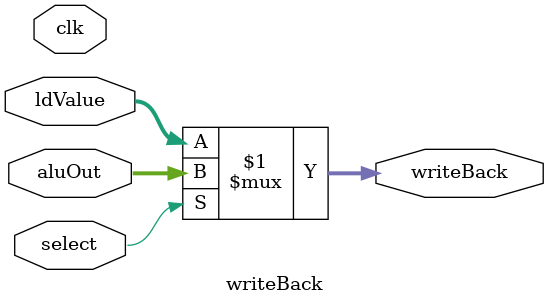
<source format=v>
`timescale 1ns / 1ps

module writeBack(
    input clk,
    input [31:0]ldValue,
    input [31:0]aluOut,
    input select,
    output [31:0] writeBack
);

    assign writeBack = (select) ? aluOut : ldValue;

endmodule
</source>
